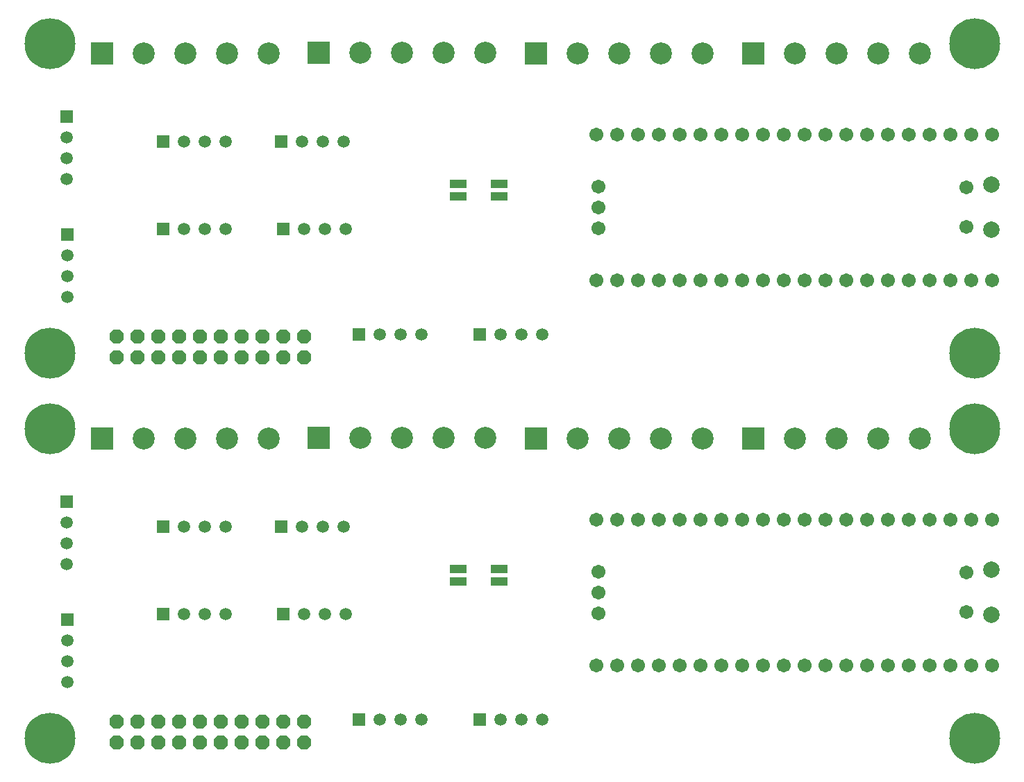
<source format=gbr>
G04 EAGLE Gerber RS-274X export*
G75*
%MOMM*%
%FSLAX34Y34*%
%LPD*%
%INSoldermask Bottom*%
%IPPOS*%
%AMOC8*
5,1,8,0,0,1.08239X$1,22.5*%
G01*
%ADD10C,1.711200*%
%ADD11C,2.003200*%
%ADD12C,1.703200*%
%ADD13R,2.678200X2.678200*%
%ADD14C,2.678200*%
%ADD15R,1.511200X1.511200*%
%ADD16C,1.511200*%
%ADD17P,1.869504X8X22.500000*%
%ADD18C,6.203200*%
%ADD19R,2.003200X1.023200*%


D10*
X1581150Y613410D03*
X1555750Y613410D03*
X1428750Y613410D03*
X1403350Y613410D03*
X1530350Y613410D03*
X1504950Y613410D03*
X1454150Y613410D03*
X1479550Y613410D03*
X1377950Y613410D03*
X1352550Y613410D03*
X1327150Y613410D03*
X1301750Y613410D03*
X1276350Y613410D03*
X1250950Y613410D03*
X1225550Y613410D03*
X1200150Y613410D03*
X1174750Y613410D03*
X1149350Y613410D03*
X1123950Y613410D03*
X1098550Y613410D03*
X1098550Y435610D03*
X1123950Y435610D03*
X1149350Y435610D03*
X1174750Y435610D03*
X1200150Y435610D03*
X1225550Y435610D03*
X1250950Y435610D03*
X1276350Y435610D03*
X1301750Y435610D03*
X1327150Y435610D03*
X1352550Y435610D03*
X1377950Y435610D03*
X1403350Y435610D03*
X1428750Y435610D03*
X1454150Y435610D03*
X1479550Y435610D03*
X1504950Y435610D03*
X1530350Y435610D03*
X1555750Y435610D03*
X1581150Y435610D03*
D11*
X1579850Y551760D03*
X1579850Y497260D03*
D12*
X1549550Y548760D03*
X1549550Y500260D03*
D10*
X1100850Y549910D03*
X1100850Y524510D03*
X1100850Y499110D03*
D13*
X495427Y712470D03*
D14*
X546227Y712470D03*
X597027Y712470D03*
X647827Y712470D03*
X698627Y712470D03*
D13*
X759587Y712597D03*
D14*
X810387Y712597D03*
X861187Y712597D03*
X911987Y712597D03*
X962787Y712597D03*
D13*
X1024636Y712470D03*
D14*
X1075436Y712470D03*
X1126236Y712470D03*
X1177036Y712470D03*
X1227836Y712470D03*
D13*
X1289939Y712470D03*
D14*
X1340739Y712470D03*
X1391539Y712470D03*
X1442339Y712470D03*
X1493139Y712470D03*
D15*
X713740Y604520D03*
D16*
X739140Y604520D03*
X764540Y604520D03*
X789940Y604520D03*
D15*
X453390Y491490D03*
D16*
X453390Y466090D03*
X453390Y440690D03*
X453390Y415290D03*
D15*
X956310Y369570D03*
D16*
X981710Y369570D03*
X1007110Y369570D03*
X1032510Y369570D03*
D15*
X716280Y497840D03*
D16*
X741680Y497840D03*
X767080Y497840D03*
X792480Y497840D03*
D15*
X808990Y369570D03*
D16*
X834390Y369570D03*
X859790Y369570D03*
X885190Y369570D03*
D15*
X570230Y604520D03*
D16*
X595630Y604520D03*
X621030Y604520D03*
X646430Y604520D03*
D15*
X570230Y497840D03*
D16*
X595630Y497840D03*
X621030Y497840D03*
X646430Y497840D03*
D17*
X513080Y341630D03*
X513080Y367030D03*
X538480Y341630D03*
X538480Y367030D03*
X563880Y341630D03*
X563880Y367030D03*
X589280Y341630D03*
X589280Y367030D03*
X614680Y341630D03*
X614680Y367030D03*
X640080Y341630D03*
X640080Y367030D03*
X665480Y341630D03*
X665480Y367030D03*
X690880Y341630D03*
X690880Y367030D03*
X716280Y341630D03*
X716280Y367030D03*
X741680Y341630D03*
X741680Y367030D03*
D18*
X431800Y346710D03*
X1559560Y723900D03*
X1559560Y346710D03*
X431800Y723900D03*
D15*
X452120Y635000D03*
D16*
X452120Y609600D03*
X452120Y584200D03*
X452120Y558800D03*
D19*
X979640Y537478D03*
X979640Y552958D03*
X929640Y552958D03*
X929640Y537478D03*
D10*
X1581150Y143510D03*
X1555750Y143510D03*
X1428750Y143510D03*
X1403350Y143510D03*
X1530350Y143510D03*
X1504950Y143510D03*
X1454150Y143510D03*
X1479550Y143510D03*
X1377950Y143510D03*
X1352550Y143510D03*
X1327150Y143510D03*
X1301750Y143510D03*
X1276350Y143510D03*
X1250950Y143510D03*
X1225550Y143510D03*
X1200150Y143510D03*
X1174750Y143510D03*
X1149350Y143510D03*
X1123950Y143510D03*
X1098550Y143510D03*
X1098550Y-34290D03*
X1123950Y-34290D03*
X1149350Y-34290D03*
X1174750Y-34290D03*
X1200150Y-34290D03*
X1225550Y-34290D03*
X1250950Y-34290D03*
X1276350Y-34290D03*
X1301750Y-34290D03*
X1327150Y-34290D03*
X1352550Y-34290D03*
X1377950Y-34290D03*
X1403350Y-34290D03*
X1428750Y-34290D03*
X1454150Y-34290D03*
X1479550Y-34290D03*
X1504950Y-34290D03*
X1530350Y-34290D03*
X1555750Y-34290D03*
X1581150Y-34290D03*
D11*
X1579850Y81860D03*
X1579850Y27360D03*
D12*
X1549550Y78860D03*
X1549550Y30360D03*
D10*
X1100850Y80010D03*
X1100850Y54610D03*
X1100850Y29210D03*
D13*
X495427Y242570D03*
D14*
X546227Y242570D03*
X597027Y242570D03*
X647827Y242570D03*
X698627Y242570D03*
D13*
X759587Y242697D03*
D14*
X810387Y242697D03*
X861187Y242697D03*
X911987Y242697D03*
X962787Y242697D03*
D13*
X1024636Y242570D03*
D14*
X1075436Y242570D03*
X1126236Y242570D03*
X1177036Y242570D03*
X1227836Y242570D03*
D13*
X1289939Y242570D03*
D14*
X1340739Y242570D03*
X1391539Y242570D03*
X1442339Y242570D03*
X1493139Y242570D03*
D15*
X713740Y134620D03*
D16*
X739140Y134620D03*
X764540Y134620D03*
X789940Y134620D03*
D15*
X453390Y21590D03*
D16*
X453390Y-3810D03*
X453390Y-29210D03*
X453390Y-54610D03*
D15*
X956310Y-100330D03*
D16*
X981710Y-100330D03*
X1007110Y-100330D03*
X1032510Y-100330D03*
D15*
X716280Y27940D03*
D16*
X741680Y27940D03*
X767080Y27940D03*
X792480Y27940D03*
D15*
X808990Y-100330D03*
D16*
X834390Y-100330D03*
X859790Y-100330D03*
X885190Y-100330D03*
D15*
X570230Y134620D03*
D16*
X595630Y134620D03*
X621030Y134620D03*
X646430Y134620D03*
D15*
X570230Y27940D03*
D16*
X595630Y27940D03*
X621030Y27940D03*
X646430Y27940D03*
D17*
X513080Y-128270D03*
X513080Y-102870D03*
X538480Y-128270D03*
X538480Y-102870D03*
X563880Y-128270D03*
X563880Y-102870D03*
X589280Y-128270D03*
X589280Y-102870D03*
X614680Y-128270D03*
X614680Y-102870D03*
X640080Y-128270D03*
X640080Y-102870D03*
X665480Y-128270D03*
X665480Y-102870D03*
X690880Y-128270D03*
X690880Y-102870D03*
X716280Y-128270D03*
X716280Y-102870D03*
X741680Y-128270D03*
X741680Y-102870D03*
D18*
X431800Y-123190D03*
X1559560Y254000D03*
X1559560Y-123190D03*
X431800Y254000D03*
D15*
X452120Y165100D03*
D16*
X452120Y139700D03*
X452120Y114300D03*
X452120Y88900D03*
D19*
X979640Y67578D03*
X979640Y83058D03*
X929640Y83058D03*
X929640Y67578D03*
M02*

</source>
